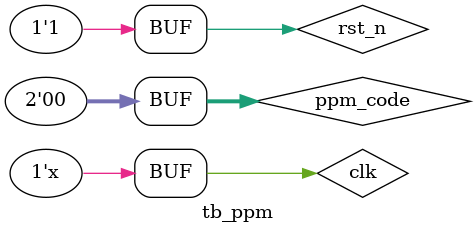
<source format=v>
`timescale 1ns / 1ps

module tb_ppm( );
    reg clk;
    reg rst_n; 
    reg [1:0] ppm_code;
    wire ppm;
    wire ppm_done;
    wire ppm_start;
ppm uut(
    .clk      (clk     )          ,
    .rst_n    (rst_n   )          ,
    .ppm_code (ppm_code)          ,
    .ppm      (ppm     )          , 
    .ppm_done (ppm_done)          ,
    .ppm_start(ppm_start)        
);
always begin #295 clk = ~clk; end

initial begin
    clk = 0;
    rst_n = 0;
    #1180
    rst_n = 1;
    # 590
    ppm_code=2'b00;

end
    
endmodule

</source>
